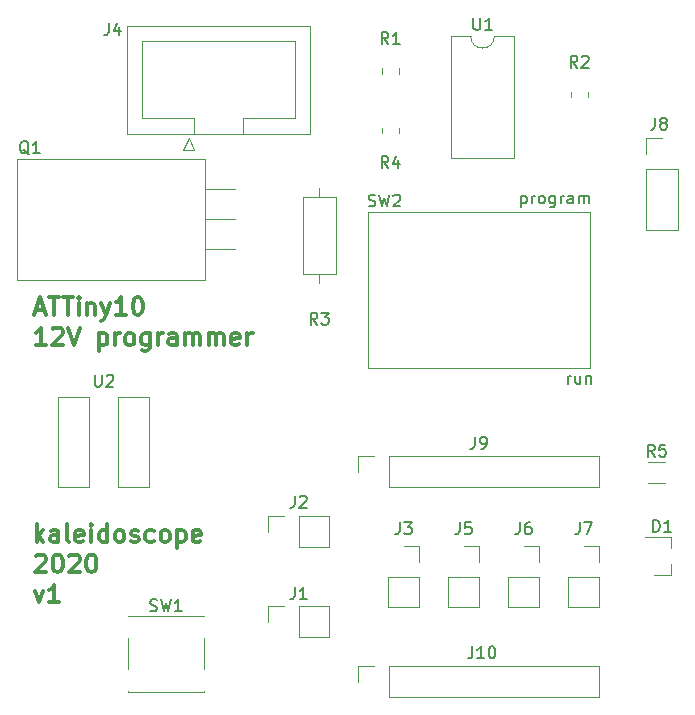
<source format=gbr>
%TF.GenerationSoftware,KiCad,Pcbnew,(5.1.8-0-10_14)*%
%TF.CreationDate,2020-12-10T20:15:51+01:00*%
%TF.ProjectId,tiny-12V-programmer,74696e79-2d31-4325-962d-70726f677261,rev?*%
%TF.SameCoordinates,Original*%
%TF.FileFunction,Legend,Top*%
%TF.FilePolarity,Positive*%
%FSLAX46Y46*%
G04 Gerber Fmt 4.6, Leading zero omitted, Abs format (unit mm)*
G04 Created by KiCad (PCBNEW (5.1.8-0-10_14)) date 2020-12-10 20:15:51*
%MOMM*%
%LPD*%
G01*
G04 APERTURE LIST*
%ADD10C,0.150000*%
%ADD11C,0.300000*%
%ADD12C,0.120000*%
G04 APERTURE END LIST*
D10*
X118023809Y-81452380D02*
X118023809Y-80785714D01*
X118023809Y-80976190D02*
X118071428Y-80880952D01*
X118119047Y-80833333D01*
X118214285Y-80785714D01*
X118309523Y-80785714D01*
X119071428Y-80785714D02*
X119071428Y-81452380D01*
X118642857Y-80785714D02*
X118642857Y-81309523D01*
X118690476Y-81404761D01*
X118785714Y-81452380D01*
X118928571Y-81452380D01*
X119023809Y-81404761D01*
X119071428Y-81357142D01*
X119547619Y-80785714D02*
X119547619Y-81452380D01*
X119547619Y-80880952D02*
X119595238Y-80833333D01*
X119690476Y-80785714D01*
X119833333Y-80785714D01*
X119928571Y-80833333D01*
X119976190Y-80928571D01*
X119976190Y-81452380D01*
X114085595Y-65535714D02*
X114085595Y-66535714D01*
X114085595Y-65583333D02*
X114180833Y-65535714D01*
X114371309Y-65535714D01*
X114466547Y-65583333D01*
X114514166Y-65630952D01*
X114561785Y-65726190D01*
X114561785Y-66011904D01*
X114514166Y-66107142D01*
X114466547Y-66154761D01*
X114371309Y-66202380D01*
X114180833Y-66202380D01*
X114085595Y-66154761D01*
X114990357Y-66202380D02*
X114990357Y-65535714D01*
X114990357Y-65726190D02*
X115037976Y-65630952D01*
X115085595Y-65583333D01*
X115180833Y-65535714D01*
X115276071Y-65535714D01*
X115752261Y-66202380D02*
X115657023Y-66154761D01*
X115609404Y-66107142D01*
X115561785Y-66011904D01*
X115561785Y-65726190D01*
X115609404Y-65630952D01*
X115657023Y-65583333D01*
X115752261Y-65535714D01*
X115895119Y-65535714D01*
X115990357Y-65583333D01*
X116037976Y-65630952D01*
X116085595Y-65726190D01*
X116085595Y-66011904D01*
X116037976Y-66107142D01*
X115990357Y-66154761D01*
X115895119Y-66202380D01*
X115752261Y-66202380D01*
X116942738Y-65535714D02*
X116942738Y-66345238D01*
X116895119Y-66440476D01*
X116847500Y-66488095D01*
X116752261Y-66535714D01*
X116609404Y-66535714D01*
X116514166Y-66488095D01*
X116942738Y-66154761D02*
X116847500Y-66202380D01*
X116657023Y-66202380D01*
X116561785Y-66154761D01*
X116514166Y-66107142D01*
X116466547Y-66011904D01*
X116466547Y-65726190D01*
X116514166Y-65630952D01*
X116561785Y-65583333D01*
X116657023Y-65535714D01*
X116847500Y-65535714D01*
X116942738Y-65583333D01*
X117418928Y-66202380D02*
X117418928Y-65535714D01*
X117418928Y-65726190D02*
X117466547Y-65630952D01*
X117514166Y-65583333D01*
X117609404Y-65535714D01*
X117704642Y-65535714D01*
X118466547Y-66202380D02*
X118466547Y-65678571D01*
X118418928Y-65583333D01*
X118323690Y-65535714D01*
X118133214Y-65535714D01*
X118037976Y-65583333D01*
X118466547Y-66154761D02*
X118371309Y-66202380D01*
X118133214Y-66202380D01*
X118037976Y-66154761D01*
X117990357Y-66059523D01*
X117990357Y-65964285D01*
X118037976Y-65869047D01*
X118133214Y-65821428D01*
X118371309Y-65821428D01*
X118466547Y-65773809D01*
X118942738Y-66202380D02*
X118942738Y-65535714D01*
X118942738Y-65630952D02*
X118990357Y-65583333D01*
X119085595Y-65535714D01*
X119228452Y-65535714D01*
X119323690Y-65583333D01*
X119371309Y-65678571D01*
X119371309Y-66202380D01*
X119371309Y-65678571D02*
X119418928Y-65583333D01*
X119514166Y-65535714D01*
X119657023Y-65535714D01*
X119752261Y-65583333D01*
X119799880Y-65678571D01*
X119799880Y-66202380D01*
D11*
X72980714Y-75225000D02*
X73695000Y-75225000D01*
X72837857Y-75653571D02*
X73337857Y-74153571D01*
X73837857Y-75653571D01*
X74123571Y-74153571D02*
X74980714Y-74153571D01*
X74552142Y-75653571D02*
X74552142Y-74153571D01*
X75266428Y-74153571D02*
X76123571Y-74153571D01*
X75695000Y-75653571D02*
X75695000Y-74153571D01*
X76623571Y-75653571D02*
X76623571Y-74653571D01*
X76623571Y-74153571D02*
X76552142Y-74225000D01*
X76623571Y-74296428D01*
X76695000Y-74225000D01*
X76623571Y-74153571D01*
X76623571Y-74296428D01*
X77337857Y-74653571D02*
X77337857Y-75653571D01*
X77337857Y-74796428D02*
X77409285Y-74725000D01*
X77552142Y-74653571D01*
X77766428Y-74653571D01*
X77909285Y-74725000D01*
X77980714Y-74867857D01*
X77980714Y-75653571D01*
X78552142Y-74653571D02*
X78909285Y-75653571D01*
X79266428Y-74653571D02*
X78909285Y-75653571D01*
X78766428Y-76010714D01*
X78695000Y-76082142D01*
X78552142Y-76153571D01*
X80623571Y-75653571D02*
X79766428Y-75653571D01*
X80195000Y-75653571D02*
X80195000Y-74153571D01*
X80052142Y-74367857D01*
X79909285Y-74510714D01*
X79766428Y-74582142D01*
X81552142Y-74153571D02*
X81695000Y-74153571D01*
X81837857Y-74225000D01*
X81909285Y-74296428D01*
X81980714Y-74439285D01*
X82052142Y-74725000D01*
X82052142Y-75082142D01*
X81980714Y-75367857D01*
X81909285Y-75510714D01*
X81837857Y-75582142D01*
X81695000Y-75653571D01*
X81552142Y-75653571D01*
X81409285Y-75582142D01*
X81337857Y-75510714D01*
X81266428Y-75367857D01*
X81195000Y-75082142D01*
X81195000Y-74725000D01*
X81266428Y-74439285D01*
X81337857Y-74296428D01*
X81409285Y-74225000D01*
X81552142Y-74153571D01*
X73837857Y-78203571D02*
X72980714Y-78203571D01*
X73409285Y-78203571D02*
X73409285Y-76703571D01*
X73266428Y-76917857D01*
X73123571Y-77060714D01*
X72980714Y-77132142D01*
X74409285Y-76846428D02*
X74480714Y-76775000D01*
X74623571Y-76703571D01*
X74980714Y-76703571D01*
X75123571Y-76775000D01*
X75195000Y-76846428D01*
X75266428Y-76989285D01*
X75266428Y-77132142D01*
X75195000Y-77346428D01*
X74337857Y-78203571D01*
X75266428Y-78203571D01*
X75695000Y-76703571D02*
X76195000Y-78203571D01*
X76695000Y-76703571D01*
X78337857Y-77203571D02*
X78337857Y-78703571D01*
X78337857Y-77275000D02*
X78480714Y-77203571D01*
X78766428Y-77203571D01*
X78909285Y-77275000D01*
X78980714Y-77346428D01*
X79052142Y-77489285D01*
X79052142Y-77917857D01*
X78980714Y-78060714D01*
X78909285Y-78132142D01*
X78766428Y-78203571D01*
X78480714Y-78203571D01*
X78337857Y-78132142D01*
X79695000Y-78203571D02*
X79695000Y-77203571D01*
X79695000Y-77489285D02*
X79766428Y-77346428D01*
X79837857Y-77275000D01*
X79980714Y-77203571D01*
X80123571Y-77203571D01*
X80837857Y-78203571D02*
X80695000Y-78132142D01*
X80623571Y-78060714D01*
X80552142Y-77917857D01*
X80552142Y-77489285D01*
X80623571Y-77346428D01*
X80695000Y-77275000D01*
X80837857Y-77203571D01*
X81052142Y-77203571D01*
X81195000Y-77275000D01*
X81266428Y-77346428D01*
X81337857Y-77489285D01*
X81337857Y-77917857D01*
X81266428Y-78060714D01*
X81195000Y-78132142D01*
X81052142Y-78203571D01*
X80837857Y-78203571D01*
X82623571Y-77203571D02*
X82623571Y-78417857D01*
X82552142Y-78560714D01*
X82480714Y-78632142D01*
X82337857Y-78703571D01*
X82123571Y-78703571D01*
X81980714Y-78632142D01*
X82623571Y-78132142D02*
X82480714Y-78203571D01*
X82195000Y-78203571D01*
X82052142Y-78132142D01*
X81980714Y-78060714D01*
X81909285Y-77917857D01*
X81909285Y-77489285D01*
X81980714Y-77346428D01*
X82052142Y-77275000D01*
X82195000Y-77203571D01*
X82480714Y-77203571D01*
X82623571Y-77275000D01*
X83337857Y-78203571D02*
X83337857Y-77203571D01*
X83337857Y-77489285D02*
X83409285Y-77346428D01*
X83480714Y-77275000D01*
X83623571Y-77203571D01*
X83766428Y-77203571D01*
X84909285Y-78203571D02*
X84909285Y-77417857D01*
X84837857Y-77275000D01*
X84695000Y-77203571D01*
X84409285Y-77203571D01*
X84266428Y-77275000D01*
X84909285Y-78132142D02*
X84766428Y-78203571D01*
X84409285Y-78203571D01*
X84266428Y-78132142D01*
X84195000Y-77989285D01*
X84195000Y-77846428D01*
X84266428Y-77703571D01*
X84409285Y-77632142D01*
X84766428Y-77632142D01*
X84909285Y-77560714D01*
X85623571Y-78203571D02*
X85623571Y-77203571D01*
X85623571Y-77346428D02*
X85695000Y-77275000D01*
X85837857Y-77203571D01*
X86052142Y-77203571D01*
X86195000Y-77275000D01*
X86266428Y-77417857D01*
X86266428Y-78203571D01*
X86266428Y-77417857D02*
X86337857Y-77275000D01*
X86480714Y-77203571D01*
X86695000Y-77203571D01*
X86837857Y-77275000D01*
X86909285Y-77417857D01*
X86909285Y-78203571D01*
X87623571Y-78203571D02*
X87623571Y-77203571D01*
X87623571Y-77346428D02*
X87695000Y-77275000D01*
X87837857Y-77203571D01*
X88052142Y-77203571D01*
X88195000Y-77275000D01*
X88266428Y-77417857D01*
X88266428Y-78203571D01*
X88266428Y-77417857D02*
X88337857Y-77275000D01*
X88480714Y-77203571D01*
X88695000Y-77203571D01*
X88837857Y-77275000D01*
X88909285Y-77417857D01*
X88909285Y-78203571D01*
X90195000Y-78132142D02*
X90052142Y-78203571D01*
X89766428Y-78203571D01*
X89623571Y-78132142D01*
X89552142Y-77989285D01*
X89552142Y-77417857D01*
X89623571Y-77275000D01*
X89766428Y-77203571D01*
X90052142Y-77203571D01*
X90195000Y-77275000D01*
X90266428Y-77417857D01*
X90266428Y-77560714D01*
X89552142Y-77703571D01*
X90909285Y-78203571D02*
X90909285Y-77203571D01*
X90909285Y-77489285D02*
X90980714Y-77346428D01*
X91052142Y-77275000D01*
X91195000Y-77203571D01*
X91337857Y-77203571D01*
X73052142Y-94878571D02*
X73052142Y-93378571D01*
X73195000Y-94307142D02*
X73623571Y-94878571D01*
X73623571Y-93878571D02*
X73052142Y-94450000D01*
X74909285Y-94878571D02*
X74909285Y-94092857D01*
X74837857Y-93950000D01*
X74695000Y-93878571D01*
X74409285Y-93878571D01*
X74266428Y-93950000D01*
X74909285Y-94807142D02*
X74766428Y-94878571D01*
X74409285Y-94878571D01*
X74266428Y-94807142D01*
X74195000Y-94664285D01*
X74195000Y-94521428D01*
X74266428Y-94378571D01*
X74409285Y-94307142D01*
X74766428Y-94307142D01*
X74909285Y-94235714D01*
X75837857Y-94878571D02*
X75695000Y-94807142D01*
X75623571Y-94664285D01*
X75623571Y-93378571D01*
X76980714Y-94807142D02*
X76837857Y-94878571D01*
X76552142Y-94878571D01*
X76409285Y-94807142D01*
X76337857Y-94664285D01*
X76337857Y-94092857D01*
X76409285Y-93950000D01*
X76552142Y-93878571D01*
X76837857Y-93878571D01*
X76980714Y-93950000D01*
X77052142Y-94092857D01*
X77052142Y-94235714D01*
X76337857Y-94378571D01*
X77695000Y-94878571D02*
X77695000Y-93878571D01*
X77695000Y-93378571D02*
X77623571Y-93450000D01*
X77695000Y-93521428D01*
X77766428Y-93450000D01*
X77695000Y-93378571D01*
X77695000Y-93521428D01*
X79052142Y-94878571D02*
X79052142Y-93378571D01*
X79052142Y-94807142D02*
X78909285Y-94878571D01*
X78623571Y-94878571D01*
X78480714Y-94807142D01*
X78409285Y-94735714D01*
X78337857Y-94592857D01*
X78337857Y-94164285D01*
X78409285Y-94021428D01*
X78480714Y-93950000D01*
X78623571Y-93878571D01*
X78909285Y-93878571D01*
X79052142Y-93950000D01*
X79980714Y-94878571D02*
X79837857Y-94807142D01*
X79766428Y-94735714D01*
X79695000Y-94592857D01*
X79695000Y-94164285D01*
X79766428Y-94021428D01*
X79837857Y-93950000D01*
X79980714Y-93878571D01*
X80195000Y-93878571D01*
X80337857Y-93950000D01*
X80409285Y-94021428D01*
X80480714Y-94164285D01*
X80480714Y-94592857D01*
X80409285Y-94735714D01*
X80337857Y-94807142D01*
X80195000Y-94878571D01*
X79980714Y-94878571D01*
X81052142Y-94807142D02*
X81195000Y-94878571D01*
X81480714Y-94878571D01*
X81623571Y-94807142D01*
X81695000Y-94664285D01*
X81695000Y-94592857D01*
X81623571Y-94450000D01*
X81480714Y-94378571D01*
X81266428Y-94378571D01*
X81123571Y-94307142D01*
X81052142Y-94164285D01*
X81052142Y-94092857D01*
X81123571Y-93950000D01*
X81266428Y-93878571D01*
X81480714Y-93878571D01*
X81623571Y-93950000D01*
X82980714Y-94807142D02*
X82837857Y-94878571D01*
X82552142Y-94878571D01*
X82409285Y-94807142D01*
X82337857Y-94735714D01*
X82266428Y-94592857D01*
X82266428Y-94164285D01*
X82337857Y-94021428D01*
X82409285Y-93950000D01*
X82552142Y-93878571D01*
X82837857Y-93878571D01*
X82980714Y-93950000D01*
X83837857Y-94878571D02*
X83695000Y-94807142D01*
X83623571Y-94735714D01*
X83552142Y-94592857D01*
X83552142Y-94164285D01*
X83623571Y-94021428D01*
X83695000Y-93950000D01*
X83837857Y-93878571D01*
X84052142Y-93878571D01*
X84195000Y-93950000D01*
X84266428Y-94021428D01*
X84337857Y-94164285D01*
X84337857Y-94592857D01*
X84266428Y-94735714D01*
X84195000Y-94807142D01*
X84052142Y-94878571D01*
X83837857Y-94878571D01*
X84980714Y-93878571D02*
X84980714Y-95378571D01*
X84980714Y-93950000D02*
X85123571Y-93878571D01*
X85409285Y-93878571D01*
X85552142Y-93950000D01*
X85623571Y-94021428D01*
X85695000Y-94164285D01*
X85695000Y-94592857D01*
X85623571Y-94735714D01*
X85552142Y-94807142D01*
X85409285Y-94878571D01*
X85123571Y-94878571D01*
X84980714Y-94807142D01*
X86909285Y-94807142D02*
X86766428Y-94878571D01*
X86480714Y-94878571D01*
X86337857Y-94807142D01*
X86266428Y-94664285D01*
X86266428Y-94092857D01*
X86337857Y-93950000D01*
X86480714Y-93878571D01*
X86766428Y-93878571D01*
X86909285Y-93950000D01*
X86980714Y-94092857D01*
X86980714Y-94235714D01*
X86266428Y-94378571D01*
X72980714Y-96071428D02*
X73052142Y-96000000D01*
X73195000Y-95928571D01*
X73552142Y-95928571D01*
X73695000Y-96000000D01*
X73766428Y-96071428D01*
X73837857Y-96214285D01*
X73837857Y-96357142D01*
X73766428Y-96571428D01*
X72909285Y-97428571D01*
X73837857Y-97428571D01*
X74766428Y-95928571D02*
X74909285Y-95928571D01*
X75052142Y-96000000D01*
X75123571Y-96071428D01*
X75195000Y-96214285D01*
X75266428Y-96500000D01*
X75266428Y-96857142D01*
X75195000Y-97142857D01*
X75123571Y-97285714D01*
X75052142Y-97357142D01*
X74909285Y-97428571D01*
X74766428Y-97428571D01*
X74623571Y-97357142D01*
X74552142Y-97285714D01*
X74480714Y-97142857D01*
X74409285Y-96857142D01*
X74409285Y-96500000D01*
X74480714Y-96214285D01*
X74552142Y-96071428D01*
X74623571Y-96000000D01*
X74766428Y-95928571D01*
X75837857Y-96071428D02*
X75909285Y-96000000D01*
X76052142Y-95928571D01*
X76409285Y-95928571D01*
X76552142Y-96000000D01*
X76623571Y-96071428D01*
X76695000Y-96214285D01*
X76695000Y-96357142D01*
X76623571Y-96571428D01*
X75766428Y-97428571D01*
X76695000Y-97428571D01*
X77623571Y-95928571D02*
X77766428Y-95928571D01*
X77909285Y-96000000D01*
X77980714Y-96071428D01*
X78052142Y-96214285D01*
X78123571Y-96500000D01*
X78123571Y-96857142D01*
X78052142Y-97142857D01*
X77980714Y-97285714D01*
X77909285Y-97357142D01*
X77766428Y-97428571D01*
X77623571Y-97428571D01*
X77480714Y-97357142D01*
X77409285Y-97285714D01*
X77337857Y-97142857D01*
X77266428Y-96857142D01*
X77266428Y-96500000D01*
X77337857Y-96214285D01*
X77409285Y-96071428D01*
X77480714Y-96000000D01*
X77623571Y-95928571D01*
X72909285Y-98978571D02*
X73266428Y-99978571D01*
X73623571Y-98978571D01*
X74980714Y-99978571D02*
X74123571Y-99978571D01*
X74552142Y-99978571D02*
X74552142Y-98478571D01*
X74409285Y-98692857D01*
X74266428Y-98835714D01*
X74123571Y-98907142D01*
D12*
%TO.C,J8*%
X124670000Y-60670000D02*
X126000000Y-60670000D01*
X124670000Y-62000000D02*
X124670000Y-60670000D01*
X124670000Y-63270000D02*
X127330000Y-63270000D01*
X127330000Y-63270000D02*
X127330000Y-68410000D01*
X124670000Y-63270000D02*
X124670000Y-68410000D01*
X124670000Y-68410000D02*
X127330000Y-68410000D01*
%TO.C,U2*%
X79950000Y-82550000D02*
X82610000Y-82550000D01*
X79950000Y-82550000D02*
X79950000Y-90230000D01*
X79950000Y-90230000D02*
X82610000Y-90230000D01*
X82610000Y-82550000D02*
X82610000Y-90230000D01*
X74870000Y-82550000D02*
X77530000Y-82550000D01*
X74870000Y-82550000D02*
X74870000Y-90230000D01*
X74870000Y-90230000D02*
X77530000Y-90230000D01*
X77530000Y-82550000D02*
X77530000Y-90230000D01*
%TO.C,U1*%
X113460000Y-52050000D02*
X111810000Y-52050000D01*
X113460000Y-62330000D02*
X113460000Y-52050000D01*
X108160000Y-62330000D02*
X113460000Y-62330000D01*
X108160000Y-52050000D02*
X108160000Y-62330000D01*
X109810000Y-52050000D02*
X108160000Y-52050000D01*
X111810000Y-52050000D02*
G75*
G02*
X109810000Y-52050000I-1000000J0D01*
G01*
%TO.C,SW2*%
X101100000Y-80100000D02*
X101100000Y-66900000D01*
X119900000Y-80100000D02*
X101100000Y-80100000D01*
X119900000Y-66900000D02*
X119900000Y-80100000D01*
X101100000Y-66900000D02*
X119900000Y-66900000D01*
%TO.C,SW1*%
X80770000Y-107550000D02*
X87230000Y-107550000D01*
X80770000Y-103020000D02*
X80770000Y-105620000D01*
X80770000Y-101090000D02*
X87230000Y-101090000D01*
X87230000Y-103020000D02*
X87230000Y-105620000D01*
X80770000Y-101120000D02*
X80770000Y-101090000D01*
X80770000Y-107550000D02*
X80770000Y-107520000D01*
X87230000Y-107550000D02*
X87230000Y-107520000D01*
X87230000Y-101090000D02*
X87230000Y-101120000D01*
%TO.C,R5*%
X124822936Y-89910000D02*
X126277064Y-89910000D01*
X124822936Y-88090000D02*
X126277064Y-88090000D01*
%TO.C,R4*%
X103735000Y-60227064D02*
X103735000Y-59772936D01*
X102265000Y-60227064D02*
X102265000Y-59772936D01*
%TO.C,R3*%
X97000000Y-64880000D02*
X97000000Y-65650000D01*
X97000000Y-72960000D02*
X97000000Y-72190000D01*
X95630000Y-65650000D02*
X95630000Y-72190000D01*
X98370000Y-65650000D02*
X95630000Y-65650000D01*
X98370000Y-72190000D02*
X98370000Y-65650000D01*
X95630000Y-72190000D02*
X98370000Y-72190000D01*
%TO.C,R2*%
X118265000Y-56772936D02*
X118265000Y-57227064D01*
X119735000Y-56772936D02*
X119735000Y-57227064D01*
%TO.C,R1*%
X102265000Y-54772936D02*
X102265000Y-55227064D01*
X103735000Y-54772936D02*
X103735000Y-55227064D01*
%TO.C,Q1*%
X87310000Y-65000000D02*
X89850000Y-65000000D01*
X87310000Y-67540000D02*
X89850000Y-67540000D01*
X87310000Y-70080000D02*
X89850000Y-70080000D01*
X71420000Y-62420000D02*
X87310000Y-62420000D01*
X71420000Y-72660000D02*
X87310000Y-72660000D01*
X71420000Y-72660000D02*
X71420000Y-62420000D01*
X87310000Y-72660000D02*
X87310000Y-62420000D01*
%TO.C,J10*%
X100270000Y-106680000D02*
X100270000Y-105350000D01*
X100270000Y-105350000D02*
X101600000Y-105350000D01*
X102870000Y-105350000D02*
X120710000Y-105350000D01*
X120710000Y-108010000D02*
X120710000Y-105350000D01*
X102870000Y-108010000D02*
X120710000Y-108010000D01*
X102870000Y-108010000D02*
X102870000Y-105350000D01*
%TO.C,J9*%
X100270000Y-88900000D02*
X100270000Y-87570000D01*
X100270000Y-87570000D02*
X101600000Y-87570000D01*
X102870000Y-87570000D02*
X120710000Y-87570000D01*
X120710000Y-90230000D02*
X120710000Y-87570000D01*
X102870000Y-90230000D02*
X120710000Y-90230000D01*
X102870000Y-90230000D02*
X102870000Y-87570000D01*
%TO.C,J7*%
X119380000Y-95190000D02*
X120710000Y-95190000D01*
X120710000Y-95190000D02*
X120710000Y-96520000D01*
X120710000Y-97790000D02*
X120710000Y-100390000D01*
X118050000Y-100390000D02*
X120710000Y-100390000D01*
X118050000Y-97790000D02*
X118050000Y-100390000D01*
X118050000Y-97790000D02*
X120710000Y-97790000D01*
%TO.C,J6*%
X114300000Y-95190000D02*
X115630000Y-95190000D01*
X115630000Y-95190000D02*
X115630000Y-96520000D01*
X115630000Y-97790000D02*
X115630000Y-100390000D01*
X112970000Y-100390000D02*
X115630000Y-100390000D01*
X112970000Y-97790000D02*
X112970000Y-100390000D01*
X112970000Y-97790000D02*
X115630000Y-97790000D01*
%TO.C,J5*%
X109220000Y-95190000D02*
X110550000Y-95190000D01*
X110550000Y-95190000D02*
X110550000Y-96520000D01*
X110550000Y-97790000D02*
X110550000Y-100390000D01*
X107890000Y-100390000D02*
X110550000Y-100390000D01*
X107890000Y-97790000D02*
X107890000Y-100390000D01*
X107890000Y-97790000D02*
X110550000Y-97790000D01*
%TO.C,J4*%
X86420000Y-61680000D02*
X85920000Y-60680000D01*
X85420000Y-61680000D02*
X86420000Y-61680000D01*
X85920000Y-60680000D02*
X85420000Y-61680000D01*
X90510000Y-58980000D02*
X90510000Y-60290000D01*
X90510000Y-58980000D02*
X90510000Y-58980000D01*
X94910000Y-58980000D02*
X90510000Y-58980000D01*
X94910000Y-52480000D02*
X94910000Y-58980000D01*
X82010000Y-52480000D02*
X94910000Y-52480000D01*
X82010000Y-58980000D02*
X82010000Y-52480000D01*
X86410000Y-58980000D02*
X82010000Y-58980000D01*
X86410000Y-60290000D02*
X86410000Y-58980000D01*
X96210000Y-60290000D02*
X80710000Y-60290000D01*
X96210000Y-51170000D02*
X96210000Y-60290000D01*
X80710000Y-51170000D02*
X96210000Y-51170000D01*
X80710000Y-60290000D02*
X80710000Y-51170000D01*
%TO.C,J3*%
X104140000Y-95190000D02*
X105470000Y-95190000D01*
X105470000Y-95190000D02*
X105470000Y-96520000D01*
X105470000Y-97790000D02*
X105470000Y-100390000D01*
X102810000Y-100390000D02*
X105470000Y-100390000D01*
X102810000Y-97790000D02*
X102810000Y-100390000D01*
X102810000Y-97790000D02*
X105470000Y-97790000D01*
%TO.C,J2*%
X92650000Y-93980000D02*
X92650000Y-92650000D01*
X92650000Y-92650000D02*
X93980000Y-92650000D01*
X95250000Y-92650000D02*
X97850000Y-92650000D01*
X97850000Y-95310000D02*
X97850000Y-92650000D01*
X95250000Y-95310000D02*
X97850000Y-95310000D01*
X95250000Y-95310000D02*
X95250000Y-92650000D01*
%TO.C,J1*%
X92650000Y-101600000D02*
X92650000Y-100270000D01*
X92650000Y-100270000D02*
X93980000Y-100270000D01*
X95250000Y-100270000D02*
X97850000Y-100270000D01*
X97850000Y-102930000D02*
X97850000Y-100270000D01*
X95250000Y-102930000D02*
X97850000Y-102930000D01*
X95250000Y-102930000D02*
X95250000Y-100270000D01*
%TO.C,D1*%
X126760000Y-97630000D02*
X125300000Y-97630000D01*
X126760000Y-94470000D02*
X124600000Y-94470000D01*
X126760000Y-94470000D02*
X126760000Y-95400000D01*
X126760000Y-97630000D02*
X126760000Y-96700000D01*
%TO.C,J8*%
D10*
X125416666Y-58952380D02*
X125416666Y-59666666D01*
X125369047Y-59809523D01*
X125273809Y-59904761D01*
X125130952Y-59952380D01*
X125035714Y-59952380D01*
X126035714Y-59380952D02*
X125940476Y-59333333D01*
X125892857Y-59285714D01*
X125845238Y-59190476D01*
X125845238Y-59142857D01*
X125892857Y-59047619D01*
X125940476Y-59000000D01*
X126035714Y-58952380D01*
X126226190Y-58952380D01*
X126321428Y-59000000D01*
X126369047Y-59047619D01*
X126416666Y-59142857D01*
X126416666Y-59190476D01*
X126369047Y-59285714D01*
X126321428Y-59333333D01*
X126226190Y-59380952D01*
X126035714Y-59380952D01*
X125940476Y-59428571D01*
X125892857Y-59476190D01*
X125845238Y-59571428D01*
X125845238Y-59761904D01*
X125892857Y-59857142D01*
X125940476Y-59904761D01*
X126035714Y-59952380D01*
X126226190Y-59952380D01*
X126321428Y-59904761D01*
X126369047Y-59857142D01*
X126416666Y-59761904D01*
X126416666Y-59571428D01*
X126369047Y-59476190D01*
X126321428Y-59428571D01*
X126226190Y-59380952D01*
%TO.C,U2*%
X77988095Y-80702380D02*
X77988095Y-81511904D01*
X78035714Y-81607142D01*
X78083333Y-81654761D01*
X78178571Y-81702380D01*
X78369047Y-81702380D01*
X78464285Y-81654761D01*
X78511904Y-81607142D01*
X78559523Y-81511904D01*
X78559523Y-80702380D01*
X78988095Y-80797619D02*
X79035714Y-80750000D01*
X79130952Y-80702380D01*
X79369047Y-80702380D01*
X79464285Y-80750000D01*
X79511904Y-80797619D01*
X79559523Y-80892857D01*
X79559523Y-80988095D01*
X79511904Y-81130952D01*
X78940476Y-81702380D01*
X79559523Y-81702380D01*
%TO.C,U1*%
X110048095Y-50502380D02*
X110048095Y-51311904D01*
X110095714Y-51407142D01*
X110143333Y-51454761D01*
X110238571Y-51502380D01*
X110429047Y-51502380D01*
X110524285Y-51454761D01*
X110571904Y-51407142D01*
X110619523Y-51311904D01*
X110619523Y-50502380D01*
X111619523Y-51502380D02*
X111048095Y-51502380D01*
X111333809Y-51502380D02*
X111333809Y-50502380D01*
X111238571Y-50645238D01*
X111143333Y-50740476D01*
X111048095Y-50788095D01*
%TO.C,SW2*%
X101166666Y-66404761D02*
X101309523Y-66452380D01*
X101547619Y-66452380D01*
X101642857Y-66404761D01*
X101690476Y-66357142D01*
X101738095Y-66261904D01*
X101738095Y-66166666D01*
X101690476Y-66071428D01*
X101642857Y-66023809D01*
X101547619Y-65976190D01*
X101357142Y-65928571D01*
X101261904Y-65880952D01*
X101214285Y-65833333D01*
X101166666Y-65738095D01*
X101166666Y-65642857D01*
X101214285Y-65547619D01*
X101261904Y-65500000D01*
X101357142Y-65452380D01*
X101595238Y-65452380D01*
X101738095Y-65500000D01*
X102071428Y-65452380D02*
X102309523Y-66452380D01*
X102500000Y-65738095D01*
X102690476Y-66452380D01*
X102928571Y-65452380D01*
X103261904Y-65547619D02*
X103309523Y-65500000D01*
X103404761Y-65452380D01*
X103642857Y-65452380D01*
X103738095Y-65500000D01*
X103785714Y-65547619D01*
X103833333Y-65642857D01*
X103833333Y-65738095D01*
X103785714Y-65880952D01*
X103214285Y-66452380D01*
X103833333Y-66452380D01*
%TO.C,SW1*%
X82666666Y-100674761D02*
X82809523Y-100722380D01*
X83047619Y-100722380D01*
X83142857Y-100674761D01*
X83190476Y-100627142D01*
X83238095Y-100531904D01*
X83238095Y-100436666D01*
X83190476Y-100341428D01*
X83142857Y-100293809D01*
X83047619Y-100246190D01*
X82857142Y-100198571D01*
X82761904Y-100150952D01*
X82714285Y-100103333D01*
X82666666Y-100008095D01*
X82666666Y-99912857D01*
X82714285Y-99817619D01*
X82761904Y-99770000D01*
X82857142Y-99722380D01*
X83095238Y-99722380D01*
X83238095Y-99770000D01*
X83571428Y-99722380D02*
X83809523Y-100722380D01*
X84000000Y-100008095D01*
X84190476Y-100722380D01*
X84428571Y-99722380D01*
X85333333Y-100722380D02*
X84761904Y-100722380D01*
X85047619Y-100722380D02*
X85047619Y-99722380D01*
X84952380Y-99865238D01*
X84857142Y-99960476D01*
X84761904Y-100008095D01*
%TO.C,R5*%
X125383333Y-87632380D02*
X125050000Y-87156190D01*
X124811904Y-87632380D02*
X124811904Y-86632380D01*
X125192857Y-86632380D01*
X125288095Y-86680000D01*
X125335714Y-86727619D01*
X125383333Y-86822857D01*
X125383333Y-86965714D01*
X125335714Y-87060952D01*
X125288095Y-87108571D01*
X125192857Y-87156190D01*
X124811904Y-87156190D01*
X126288095Y-86632380D02*
X125811904Y-86632380D01*
X125764285Y-87108571D01*
X125811904Y-87060952D01*
X125907142Y-87013333D01*
X126145238Y-87013333D01*
X126240476Y-87060952D01*
X126288095Y-87108571D01*
X126335714Y-87203809D01*
X126335714Y-87441904D01*
X126288095Y-87537142D01*
X126240476Y-87584761D01*
X126145238Y-87632380D01*
X125907142Y-87632380D01*
X125811904Y-87584761D01*
X125764285Y-87537142D01*
%TO.C,R4*%
X102833333Y-63202380D02*
X102500000Y-62726190D01*
X102261904Y-63202380D02*
X102261904Y-62202380D01*
X102642857Y-62202380D01*
X102738095Y-62250000D01*
X102785714Y-62297619D01*
X102833333Y-62392857D01*
X102833333Y-62535714D01*
X102785714Y-62630952D01*
X102738095Y-62678571D01*
X102642857Y-62726190D01*
X102261904Y-62726190D01*
X103690476Y-62535714D02*
X103690476Y-63202380D01*
X103452380Y-62154761D02*
X103214285Y-62869047D01*
X103833333Y-62869047D01*
%TO.C,R3*%
X96833333Y-76452380D02*
X96500000Y-75976190D01*
X96261904Y-76452380D02*
X96261904Y-75452380D01*
X96642857Y-75452380D01*
X96738095Y-75500000D01*
X96785714Y-75547619D01*
X96833333Y-75642857D01*
X96833333Y-75785714D01*
X96785714Y-75880952D01*
X96738095Y-75928571D01*
X96642857Y-75976190D01*
X96261904Y-75976190D01*
X97166666Y-75452380D02*
X97785714Y-75452380D01*
X97452380Y-75833333D01*
X97595238Y-75833333D01*
X97690476Y-75880952D01*
X97738095Y-75928571D01*
X97785714Y-76023809D01*
X97785714Y-76261904D01*
X97738095Y-76357142D01*
X97690476Y-76404761D01*
X97595238Y-76452380D01*
X97309523Y-76452380D01*
X97214285Y-76404761D01*
X97166666Y-76357142D01*
%TO.C,R2*%
X118833333Y-54702380D02*
X118500000Y-54226190D01*
X118261904Y-54702380D02*
X118261904Y-53702380D01*
X118642857Y-53702380D01*
X118738095Y-53750000D01*
X118785714Y-53797619D01*
X118833333Y-53892857D01*
X118833333Y-54035714D01*
X118785714Y-54130952D01*
X118738095Y-54178571D01*
X118642857Y-54226190D01*
X118261904Y-54226190D01*
X119214285Y-53797619D02*
X119261904Y-53750000D01*
X119357142Y-53702380D01*
X119595238Y-53702380D01*
X119690476Y-53750000D01*
X119738095Y-53797619D01*
X119785714Y-53892857D01*
X119785714Y-53988095D01*
X119738095Y-54130952D01*
X119166666Y-54702380D01*
X119785714Y-54702380D01*
%TO.C,R1*%
X102833333Y-52702380D02*
X102500000Y-52226190D01*
X102261904Y-52702380D02*
X102261904Y-51702380D01*
X102642857Y-51702380D01*
X102738095Y-51750000D01*
X102785714Y-51797619D01*
X102833333Y-51892857D01*
X102833333Y-52035714D01*
X102785714Y-52130952D01*
X102738095Y-52178571D01*
X102642857Y-52226190D01*
X102261904Y-52226190D01*
X103785714Y-52702380D02*
X103214285Y-52702380D01*
X103500000Y-52702380D02*
X103500000Y-51702380D01*
X103404761Y-51845238D01*
X103309523Y-51940476D01*
X103214285Y-51988095D01*
%TO.C,Q1*%
X72404761Y-62047619D02*
X72309523Y-62000000D01*
X72214285Y-61904761D01*
X72071428Y-61761904D01*
X71976190Y-61714285D01*
X71880952Y-61714285D01*
X71928571Y-61952380D02*
X71833333Y-61904761D01*
X71738095Y-61809523D01*
X71690476Y-61619047D01*
X71690476Y-61285714D01*
X71738095Y-61095238D01*
X71833333Y-61000000D01*
X71928571Y-60952380D01*
X72119047Y-60952380D01*
X72214285Y-61000000D01*
X72309523Y-61095238D01*
X72357142Y-61285714D01*
X72357142Y-61619047D01*
X72309523Y-61809523D01*
X72214285Y-61904761D01*
X72119047Y-61952380D01*
X71928571Y-61952380D01*
X73309523Y-61952380D02*
X72738095Y-61952380D01*
X73023809Y-61952380D02*
X73023809Y-60952380D01*
X72928571Y-61095238D01*
X72833333Y-61190476D01*
X72738095Y-61238095D01*
%TO.C,J10*%
X109940476Y-103702380D02*
X109940476Y-104416666D01*
X109892857Y-104559523D01*
X109797619Y-104654761D01*
X109654761Y-104702380D01*
X109559523Y-104702380D01*
X110940476Y-104702380D02*
X110369047Y-104702380D01*
X110654761Y-104702380D02*
X110654761Y-103702380D01*
X110559523Y-103845238D01*
X110464285Y-103940476D01*
X110369047Y-103988095D01*
X111559523Y-103702380D02*
X111654761Y-103702380D01*
X111750000Y-103750000D01*
X111797619Y-103797619D01*
X111845238Y-103892857D01*
X111892857Y-104083333D01*
X111892857Y-104321428D01*
X111845238Y-104511904D01*
X111797619Y-104607142D01*
X111750000Y-104654761D01*
X111654761Y-104702380D01*
X111559523Y-104702380D01*
X111464285Y-104654761D01*
X111416666Y-104607142D01*
X111369047Y-104511904D01*
X111321428Y-104321428D01*
X111321428Y-104083333D01*
X111369047Y-103892857D01*
X111416666Y-103797619D01*
X111464285Y-103750000D01*
X111559523Y-103702380D01*
%TO.C,J9*%
X110166666Y-85952380D02*
X110166666Y-86666666D01*
X110119047Y-86809523D01*
X110023809Y-86904761D01*
X109880952Y-86952380D01*
X109785714Y-86952380D01*
X110690476Y-86952380D02*
X110880952Y-86952380D01*
X110976190Y-86904761D01*
X111023809Y-86857142D01*
X111119047Y-86714285D01*
X111166666Y-86523809D01*
X111166666Y-86142857D01*
X111119047Y-86047619D01*
X111071428Y-86000000D01*
X110976190Y-85952380D01*
X110785714Y-85952380D01*
X110690476Y-86000000D01*
X110642857Y-86047619D01*
X110595238Y-86142857D01*
X110595238Y-86380952D01*
X110642857Y-86476190D01*
X110690476Y-86523809D01*
X110785714Y-86571428D01*
X110976190Y-86571428D01*
X111071428Y-86523809D01*
X111119047Y-86476190D01*
X111166666Y-86380952D01*
%TO.C,J7*%
X119046666Y-93202380D02*
X119046666Y-93916666D01*
X118999047Y-94059523D01*
X118903809Y-94154761D01*
X118760952Y-94202380D01*
X118665714Y-94202380D01*
X119427619Y-93202380D02*
X120094285Y-93202380D01*
X119665714Y-94202380D01*
%TO.C,J6*%
X113966666Y-93202380D02*
X113966666Y-93916666D01*
X113919047Y-94059523D01*
X113823809Y-94154761D01*
X113680952Y-94202380D01*
X113585714Y-94202380D01*
X114871428Y-93202380D02*
X114680952Y-93202380D01*
X114585714Y-93250000D01*
X114538095Y-93297619D01*
X114442857Y-93440476D01*
X114395238Y-93630952D01*
X114395238Y-94011904D01*
X114442857Y-94107142D01*
X114490476Y-94154761D01*
X114585714Y-94202380D01*
X114776190Y-94202380D01*
X114871428Y-94154761D01*
X114919047Y-94107142D01*
X114966666Y-94011904D01*
X114966666Y-93773809D01*
X114919047Y-93678571D01*
X114871428Y-93630952D01*
X114776190Y-93583333D01*
X114585714Y-93583333D01*
X114490476Y-93630952D01*
X114442857Y-93678571D01*
X114395238Y-93773809D01*
%TO.C,J5*%
X108886666Y-93202380D02*
X108886666Y-93916666D01*
X108839047Y-94059523D01*
X108743809Y-94154761D01*
X108600952Y-94202380D01*
X108505714Y-94202380D01*
X109839047Y-93202380D02*
X109362857Y-93202380D01*
X109315238Y-93678571D01*
X109362857Y-93630952D01*
X109458095Y-93583333D01*
X109696190Y-93583333D01*
X109791428Y-93630952D01*
X109839047Y-93678571D01*
X109886666Y-93773809D01*
X109886666Y-94011904D01*
X109839047Y-94107142D01*
X109791428Y-94154761D01*
X109696190Y-94202380D01*
X109458095Y-94202380D01*
X109362857Y-94154761D01*
X109315238Y-94107142D01*
%TO.C,J4*%
X79166666Y-50952380D02*
X79166666Y-51666666D01*
X79119047Y-51809523D01*
X79023809Y-51904761D01*
X78880952Y-51952380D01*
X78785714Y-51952380D01*
X80071428Y-51285714D02*
X80071428Y-51952380D01*
X79833333Y-50904761D02*
X79595238Y-51619047D01*
X80214285Y-51619047D01*
%TO.C,J3*%
X103806666Y-93202380D02*
X103806666Y-93916666D01*
X103759047Y-94059523D01*
X103663809Y-94154761D01*
X103520952Y-94202380D01*
X103425714Y-94202380D01*
X104187619Y-93202380D02*
X104806666Y-93202380D01*
X104473333Y-93583333D01*
X104616190Y-93583333D01*
X104711428Y-93630952D01*
X104759047Y-93678571D01*
X104806666Y-93773809D01*
X104806666Y-94011904D01*
X104759047Y-94107142D01*
X104711428Y-94154761D01*
X104616190Y-94202380D01*
X104330476Y-94202380D01*
X104235238Y-94154761D01*
X104187619Y-94107142D01*
%TO.C,J2*%
X94916666Y-90952380D02*
X94916666Y-91666666D01*
X94869047Y-91809523D01*
X94773809Y-91904761D01*
X94630952Y-91952380D01*
X94535714Y-91952380D01*
X95345238Y-91047619D02*
X95392857Y-91000000D01*
X95488095Y-90952380D01*
X95726190Y-90952380D01*
X95821428Y-91000000D01*
X95869047Y-91047619D01*
X95916666Y-91142857D01*
X95916666Y-91238095D01*
X95869047Y-91380952D01*
X95297619Y-91952380D01*
X95916666Y-91952380D01*
%TO.C,J1*%
X94916666Y-98702380D02*
X94916666Y-99416666D01*
X94869047Y-99559523D01*
X94773809Y-99654761D01*
X94630952Y-99702380D01*
X94535714Y-99702380D01*
X95916666Y-99702380D02*
X95345238Y-99702380D01*
X95630952Y-99702380D02*
X95630952Y-98702380D01*
X95535714Y-98845238D01*
X95440476Y-98940476D01*
X95345238Y-98988095D01*
%TO.C,D1*%
X125261904Y-94002380D02*
X125261904Y-93002380D01*
X125500000Y-93002380D01*
X125642857Y-93050000D01*
X125738095Y-93145238D01*
X125785714Y-93240476D01*
X125833333Y-93430952D01*
X125833333Y-93573809D01*
X125785714Y-93764285D01*
X125738095Y-93859523D01*
X125642857Y-93954761D01*
X125500000Y-94002380D01*
X125261904Y-94002380D01*
X126785714Y-94002380D02*
X126214285Y-94002380D01*
X126500000Y-94002380D02*
X126500000Y-93002380D01*
X126404761Y-93145238D01*
X126309523Y-93240476D01*
X126214285Y-93288095D01*
%TD*%
M02*

</source>
